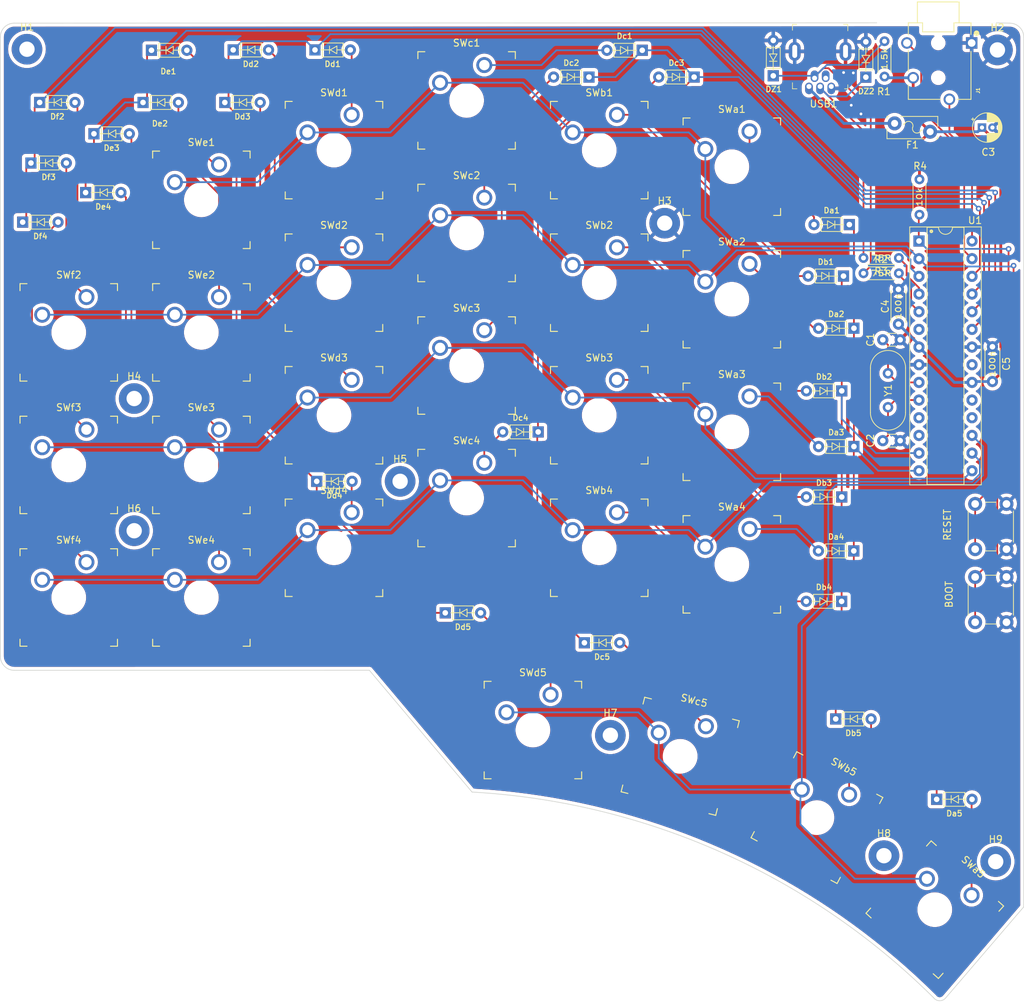
<source format=kicad_pcb>
(kicad_pcb (version 20211014) (generator pcbnew)
  (title_block (title "BlueJay Left"))
  (layers (0 "F.Cu" signal) (31 "B.Cu" signal) (36 "B.SilkS" user "B.Silkscreen") (37 "F.SilkS" user "F.Silkscreen") (38 "B.Mask" user) (39 "F.Mask" user) (44 "Edge.Cuts" user))
  (net 0 "")
  (net 1 "GND")
  (net 2 "Net-(C1-Pad1)")
  (net 3 "Net-(C2-Pad1)")
  (net 4 "VCC")
  (net 5 "/colA")
  (net 6 "Net-(Da1-Pad2)")
  (net 7 "Net-(Da2-Pad2)")
  (net 8 "Net-(Da3-Pad2)")
  (net 9 "Net-(Da4-Pad2)")
  (net 10 "Net-(Da5-Pad2)")
  (net 11 "/colB")
  (net 12 "Net-(Db1-Pad2)")
  (net 13 "Net-(Db2-Pad2)")
  (net 14 "Net-(Db3-Pad2)")
  (net 15 "Net-(Db4-Pad2)")
  (net 16 "Net-(Db5-Pad2)")
  (net 17 "/colC")
  (net 18 "Net-(Dc1-Pad2)")
  (net 19 "Net-(Dc2-Pad2)")
  (net 20 "Net-(Dc3-Pad2)")
  (net 21 "Net-(Dc4-Pad2)")
  (net 22 "Net-(Dc5-Pad2)")
  (net 23 "/colD")
  (net 24 "Net-(Dd1-Pad2)")
  (net 25 "Net-(Dd2-Pad2)")
  (net 26 "Net-(Dd3-Pad2)")
  (net 27 "Net-(Dd4-Pad2)")
  (net 28 "Net-(Dd5-Pad2)")
  (net 29 "/colE")
  (net 30 "Net-(De1-Pad2)")
  (net 31 "Net-(De2-Pad2)")
  (net 32 "Net-(De3-Pad2)")
  (net 33 "Net-(De4-Pad2)")
  (net 34 "/colF")
  (net 35 "Net-(Df2-Pad2)")
  (net 36 "Net-(Df3-Pad2)")
  (net 37 "Net-(Df4-Pad2)")
  (net 38 "/USBPRE_D-")
  (net 39 "/USBPRE_D+")
  (net 40 "Net-(F1-Pad2)")
  (net 41 "/i2c_SCL")
  (net 42 "/i2c_SDA")
  (net 43 "Net-(PB1-Pad1)")
  (net 44 "/USB_D-")
  (net 45 "/USB_D+")
  (net 46 "/row1")
  (net 47 "/row2")
  (net 48 "/row3")
  (net 49 "/row4")
  (net 50 "/row5")
  (footprint "BlueJay footprints:C_Disc_D3.0mm_W1.6mm_P2.50mm" (layer "F.Cu") (at 40.7312 3.6563)
    (fp_text reference "C2")
    (fp_text value "22p")
  )
  (footprint "BlueJay footprints:D_DO-35_SOD27_P5.08mm_Horizontal" (layer "F.Cu") (at -3.4 32.7)
    (fp_text reference "Dc5")
    (fp_text value "1N4148")
  )
  (footprint "BlueJay footprints:Crystal_HC49-4H_Vertical" (layer "F.Cu") (at 41.4812 -1.1437 90)
    (fp_text reference "Y1")
    (fp_text value "16MHz")
  )
  (footprint "BlueJay footprints:SW_MX_Plate" (layer "F.Cu") (at 19.05 2.3813)
    (fp_text reference "SWa3")
    (fp_text value "KEYSW")
  )
  (footprint "BlueJay footprints:SW_MX_Plate" (layer "F.Cu") (at 48.2012 71.0563 -42)
    (fp_text reference "SWa5")
    (fp_text value "KEYSW")
  )
  (footprint "BlueJay footprints:D_DO-35_SOD27_P5.08mm_Horizontal" (layer "F.Cu") (at 37.2 -27.4 180)
    (fp_text reference "Da1")
    (fp_text value "1N4148")
  )
  (footprint "BlueJay footprints:SW_MX_Plate" (layer "F.Cu") (at -76.2 -11.9063)
    (fp_text reference "SWf2")
    (fp_text value "KEYSW")
  )
  (footprint "BlueJay footprints:SW_MX_Plate" (layer "F.Cu") (at -19.05 -26.1938)
    (fp_text reference "SWc2")
    (fp_text value "KEYSW")
  )
  (footprint "BlueJay footprints:SW_MX_Plate" (layer "F.Cu") (at -38.1 -38.1)
    (fp_text reference "SWd1")
    (fp_text value "KEYSW")
  )
  (footprint "BlueJay footprints:SW_MX_Plate" (layer "F.Cu") (at -19.05 -7.1438)
    (fp_text reference "SWc3")
    (fp_text value "KEYSW")
  )
  (footprint "BlueJay footprints:D_DO-35_SOD27_P5.08mm_Horizontal" (layer "F.Cu") (at 38.3 -47.3125 90)
    (fp_text reference "DZ2")
    (fp_text value "3.6V")
  )
  (footprint "BlueJay footprints:D_DO-35_SOD27_P5.08mm_Horizontal" (layer "F.Cu") (at -66.8 -44.95)
    (fp_text reference "De2")
    (fp_text value "1N4148")
  )
  (footprint "BlueJay footprints:SW_MX_Plate" (layer "F.Cu") (at -57.15 7.1438)
    (fp_text reference "SWe3")
    (fp_text value "KEYSW")
  )
  (footprint "Package_DIP_AKL:DIP-28_W7.62mm_Socket" (layer "F.Cu") (at 45.9312 -25.0375)
    (fp_text reference "U1")
    (fp_text value "ATmega328P-PU")
  )
  (footprint "BlueJay footprints:D_DO-35_SOD27_P5.08mm_Horizontal" (layer "F.Cu") (at 37.8375 19.5 180)
    (fp_text reference "Da4")
    (fp_text value "1N4148")
  )
  (footprint "BlueJay footprints:D_DO-35_SOD27_P5.08mm_Horizontal" (layer "F.Cu") (at -65.5875 -52.45)
    (fp_text reference "De1")
    (fp_text value "1N4148")
  )
  (footprint "BlueJay footprints:SW_MX_Plate" (layer "F.Cu") (at -19.05 11.9063)
    (fp_text reference "SWc4")
    (fp_text value "KEYSW")
  )
  (footprint "BlueJay footprints:SW_MX_Plate" (layer "F.Cu") (at -57.15 -11.9063)
    (fp_text reference "SWe2")
    (fp_text value "KEYSW")
  )
  (footprint "BlueJay footprints:D_DO-35_SOD27_P5.08mm_Horizontal" (layer "F.Cu") (at 37.8563 4.5 180)
    (fp_text reference "Da3")
    (fp_text value "1N4148")
  )
  (footprint "BlueJay footprints:SW_MX_Plate" (layer "F.Cu") (at -9.525 45.2438)
    (fp_text reference "SWd5")
    (fp_text value "KEYSW")
  )
  (footprint "BlueJay footprints:D_DO-35_SOD27_P5.08mm_Horizontal" (layer "F.Cu") (at -73.85 -40.45)
    (fp_text reference "De3")
    (fp_text value "1N4148")
  )
  (footprint "MountingHole:MountingHole_2.2mm_M2_Pad" (layer "F.Cu") (at 56.95 64.15)
    (fp_text reference "H9")
    (fp_text value "M2")
  )
  (footprint "BlueJay footprints:SW_MX_Plate" (layer "F.Cu") (at 19.05 21.4313)
    (fp_text reference "SWa4")
    (fp_text value "KEYSW")
  )
  (footprint "BlueJay footprints:SW_MX_Plate" (layer "F.Cu") (at 0 -38.1)
    (fp_text reference "SWb1")
    (fp_text value "KEYSW")
  )
  (footprint "BlueJay footprints:SW_MX_Plate" (layer "F.Cu") (at 0 -19.05)
    (fp_text reference "SWb2")
    (fp_text value "KEYSW")
  )
  (footprint "BlueJay footprints:D_DO-35_SOD27_P5.08mm_Horizontal" (layer "F.Cu") (at -75.05 -32)
    (fp_text reference "De4")
    (fp_text value "1N4148")
  )
  (footprint "BlueJay footprints:C_Disc_D4.3mm_W1.9mm_P5.00mm" (layer "F.Cu") (at 42.9812 -13.0937 90)
    (fp_text reference "C4")
    (fp_text value "100n")
  )
  (footprint "BlueJay footprints:SW_MX_Plate" (layer "F.Cu") (at 19.05 -16.6688)
    (fp_text reference "SWa2")
    (fp_text value "KEYSW")
  )
  (footprint "BlueJay footprints:D_DO-35_SOD27_P5.08mm_Horizontal" (layer "F.Cu") (at 36.1063 -3.5 180)
    (fp_text reference "Db2")
    (fp_text value "1N4148")
  )
  (footprint "MountingHole:MountingHole_2.2mm_M2_Pad" (layer "F.Cu") (at 40.9 63.3)
    (fp_text reference "H8")
    (fp_text value "M2")
  )
  (footprint "BlueJay footprints:SW_MX_Plate" (layer "F.Cu") (at -76.2 7.1438)
    (fp_text reference "SWf3")
    (fp_text value "KEYSW")
  )
  (footprint "BlueJay footprints:SW_MX_Plate" (layer "F.Cu") (at -38.1 19.05)
    (fp_text reference "SWd4")
    (fp_text value "KEYSW")
  )
  (footprint "BlueJay footprints:D_DO-35_SOD27_P5.08mm_Horizontal" (layer "F.Cu") (at 36.0875 26.75 180)
    (fp_text reference "Db4")
    (fp_text value "1N4148")
  )
  (footprint "BlueJay footprints:R_Axial_DIN0204_L3.6mm_D1.6mm_P5.08mm_Horizontal" (layer "F.Cu") (at 40.9812 -53.75 -90)
    (fp_text reference "R1")
    (fp_text value "1.5k")
  )
  (footprint "MountingHole:MountingHole_2.2mm_M2_Pad" (layer "F.Cu") (at -28.6 9.5)
    (fp_text reference "H5")
    (fp_text value "M2")
  )
  (footprint "BlueJay footprints:D_DO-35_SOD27_P5.08mm_Horizontal" (layer "F.Cu") (at 25 -47.5125 90)
    (fp_text reference "DZ1")
    (fp_text value "3.6V")
  )
  (footprint "BlueJay footprints:SW_MX_Plate" (layer "F.Cu") (at 0 19.05)
    (fp_text reference "SWb4")
    (fp_text value "KEYSW")
  )
  (footprint "BlueJay footprints:SW_MX_Plate" (layer "F.Cu") (at -57.15 26.1938)
    (fp_text reference "SWe4")
    (fp_text value "KEYSW")
  )
  (footprint "MountingHole:MountingHole_2.2mm_M2_Pad" (layer "F.Cu") (at -82.2 -52.6)
    (fp_text reference "H1")
    (fp_text value "M2")
  )
  (footprint "BlueJay footprints:D_DO-35_SOD27_P5.08mm_Horizontal" (layer "F.Cu") (at -53.85 -52.5)
    (fp_text reference "Dd2")
    (fp_text value "1N4148")
  )
  (footprint "BlueJay footprints:SW_MX_Plate" (layer "F.Cu") (at 19.05 -35.7188)
    (fp_text reference "SWa1")
    (fp_text value "KEYSW")
  )
  (footprint "BlueJay footprints:D_DO-35_SOD27_P5.08mm_Horizontal" (layer "F.Cu") (at -42.1 -52.5)
    (fp_text reference "Dd1")
    (fp_text value "1N4148")
  )
  (footprint "BlueJay footprints:D_DO-35_SOD27_P5.08mm_Horizontal" (layer "F.Cu") (at -81.65 -44.95)
    (fp_text reference "Df2")
    (fp_text value "1N4148")
  )
  (footprint "MountingHole:MountingHole_2.2mm_M2_Pad" (layer "F.Cu") (at 1.6 46)
    (fp_text reference "H7")
    (fp_text value "M2")
  )
  (footprint "BlueJay footprints:D_DO-35_SOD27_P5.08mm_Horizontal" (layer "F.Cu") (at -41.85 9.5)
    (fp_text reference "Dd4")
    (fp_text value "1N4148")
  )
  (footprint "BlueJay footprints:D_DO-35_SOD27_P5.08mm_Horizontal" (layer "F.Cu") (at 36.3563 -20 180)
    (fp_text reference "Db1")
    (fp_text value "1N4148")
  )
  (footprint "MountingHole:MountingHole_2.2mm_M2_Pad" (layer "F.Cu") (at 57.2 -52.5)
    (fp_text reference "H2")
    (fp_text value "M2")
  )
  (footprint "BlueJay footprints:D_DO-35_SOD27_P5.08mm_Horizontal" (layer "F.Cu") (at 37.8563 -12.5 180)
    (fp_text reference "Da2")
    (fp_text value "1N4148")
  )
  (footprint "MountingHole:MountingHole_2.2mm_M2_Pad" (layer "F.Cu") (at 9.4 -27.6)
    (fp_text reference "H3")
    (fp_text value "M2")
  )
  (footprint "BlueJay footprints:D_DO-35_SOD27_P5.08mm_Horizontal" (layer "F.Cu") (at -7.5 2.4 180)
    (fp_text reference "Dc4")
    (fp_text value "1N4148")
  )
  (footprint "BlueJay footprints:D_DO-35_SOD27_P5.08mm_Horizontal" (layer "F.Cu") (at -0.2 -48.6 180)
    (fp_text reference "Dc2")
    (fp_text value "1N4148")
  )
  (footprint "BlueJay footprints:D_DO-35_SOD27_P5.08mm_Horizontal" (layer "F.Cu") (at -82.9 -36.25)
    (fp_text reference "Df3")
    (fp_text value "1N4148")
  )
  (footprint "BlueJay footprints:R_Axial_DIN0204_L3.6mm_D1.6mm_P5.08mm_Horizontal" (layer "F.Cu") (at 43.04 -22.6 180)
    (fp_text reference "R3")
    (fp_text value "75R")
  )
  (footprint "BlueJay footprints:D_DO-35_SOD27_P5.08mm_Horizontal" (layer "F.Cu") (at 47.2 55.2)
    (fp_text reference "Da5")
    (fp_text value "1N4148")
  )
  (footprint "BlueJay footprints:SW_MX_Plate" (layer "F.Cu") (at 0 0)
    (fp_text reference "SWb3")
    (fp_text value "KEYSW")
  )
  (footprint "BlueJay footprints:D_DO-35_SOD27_P5.08mm_Horizontal" (layer "F.Cu") (at 36.1063 11.75 180)
    (fp_text reference "Db3")
    (fp_text value "1N4148")
  )
  (footprint "BlueJay footprints:C_Disc_D4.3mm_W1.9mm_P5.00mm" (layer "F.Cu") (at 56.4812 -4.8437 90)
    (fp_text reference "C5")
    (fp_text value "100n")
  )
  (footprint "BlueJay footprints:USB_Mini_B_Female_548190519" (layer "F.Cu") (at 31.7312 -47.2437 -90)
    (fp_text reference "USB1")
    (fp_text value "USB_B_Mini")
  )
  (footprint "BlueJay footprints:SW_MX_Plate" (layer "F.Cu") (at 31.2712 57.8263 -28)
    (fp_text reference "SWb5")
    (fp_text value "KEYSW")
  )
  (footprint "MountingHole:MountingHole_2.2mm_M2_Pad" (layer "F.Cu") (at -66.8 16.6)
    (fp_text reference "H6")
    (fp_text value "M2")
  )
  (footprint "BlueJay footprints:D_DO-35_SOD27_P5.08mm_Horizontal" (layer "F.Cu") (at -23.3875 28.4)
    (fp_text reference "Dd5")
    (fp_text value "1N4148")
  )
  (footprint "MountingHole:MountingHole_2.2mm_M2_Pad" (layer "F.Cu") (at -66.8 -2.4)
    (fp_text reference "H4")
    (fp_text value "M2")
  )
  (footprint "BlueJay footprints:C_Disc_D3.0mm_W1.6mm_P2.50mm" (layer "F.Cu") (at 40.7312 -10.8437)
    (fp_text reference "C1")
    (fp_text value "22p")
  )
  (footprint "BlueJay footprints:SW_PUSH_6mm" (layer "F.Cu") (at 54 29.75 90)
    (fp_text reference "PB2")
    (fp_text value "BOOT")
  )
  (footprint "BlueJay footprints:SW_MX_Plate" (layer "F.Cu") (at -19.05 -45.2438)
    (fp_text reference "SWc1")
    (fp_text value "KEYSW")
  )
  (footprint "BlueJay footprints:D_DO-35_SOD27_P5.08mm_Horizontal" (layer "F.Cu") (at -55.05 -44.95)
    (fp_text reference "Dd3")
    (fp_text value "1N4148")
  )
  (footprint "BlueJay footprints:SW_PUSH_6mm" (layer "F.Cu") (at 54 19.25 90)
    (fp_text reference "PB1")
    (fp_text value "RESET")
  )
  (footprint "BlueJay footprints:SW_MX_Plate" (layer "F.Cu") (at -57.15 -30.9563)
    (fp_text reference "SWe1")
    (fp_text value "KEYSW")
  )
  (footprint "BlueJay footprints:D_DO-35_SOD27_P5.08mm_Horizontal" (layer "F.Cu") (at 32.7 43.65)
    (fp_text reference "Db5")
    (fp_text value "1N4148")
  )
  (footprint "BlueJay footprints:D_DO-35_SOD27_P5.08mm_Horizontal" (layer "F.Cu") (at -84.0875 -27.75)
    (fp_text reference "Df4")
    (fp_text value "1N4148")
  )
  (footprint "BlueJay footprints:D_DO-35_SOD27_P5.08mm_Horizontal" (layer "F.Cu") (at 7.45 -52.45 180)
    (fp_text reference "Dc1")
    (fp_text value "1N4148")
  )
  (footprint "BlueJay footprints:SW_MX_Plate" (layer "F.Cu") (at -76.2 26.1938)
    (fp_text reference "SWf4")
    (fp_text value "KEYSW")
  )
  (footprint "BlueJay footprints:SW_MX_Plate" (layer "F.Cu") (at -38.1 0)
    (fp_text reference "SWd3")
    (fp_text value "KEYSW")
  )
  (footprint "BlueJay footprints:CUI_SJ-43514" (layer "F.Cu") (at 48.7 -50.9 -90)
    (fp_text reference "J1")
    (fp_text value "SJ-43514")
    (fp_line (start -5.5 2.25) (end -5.5 8.85) (layer "Edge.Cuts") (width 0.01))
    (fp_line (start -5.5 -2.25) (end -4.2 -2.25) (layer "Edge.Cuts") (width 0.01))
    (fp_line (start -5.5 -8.35) (end -5.5 -2.25) (layer "Edge.Cuts") (width 0.01))
    (fp_line (start -4.2 2.25) (end -5.5 2.25) (layer "Edge.Cuts") (width 0.01))
    (fp_line (start -4.2 -2.25) (end -4.2 2.25) (layer "Edge.Cuts") (width 0.01))
  )
  (footprint "BlueJay footprints:CP_Radial_D4.0mm_P1.50mm" (layer "F.Cu") (at 54.9812 -41.3437)
    (fp_text reference "C3")
    (fp_text value "4.7u")
  )
  (footprint "Fuse_AKL:Fuse_Bourns_MF-RG300" (layer "F.Cu") (at 47.5312 -40.7437 180)
    (fp_text reference "F1")
    (fp_text value "100mA")
  )
  (footprint "BlueJay footprints:SW_MX_Plate" (layer "F.Cu") (at 11.6312 49.0163 -14)
    (fp_text reference "SWc5")
    (fp_text value "KEYSW")
  )
  (footprint "BlueJay footprints:SW_MX_Plate" (layer "F.Cu") (at -38.1 -19.05)
    (fp_text reference "SWd2")
    (fp_text value "KEYSW")
  )
  (footprint "BlueJay footprints:R_Axial_DIN0204_L3.6mm_D1.6mm_P5.08mm_Horizontal" (layer "F.Cu") (at 43.04 -20.4 180)
    (fp_text reference "R2")
    (fp_text value "75R")
  )
  (footprint "BlueJay footprints:R_Axial_DIN0204_L3.6mm_D1.6mm_P5.08mm_Horizontal" (layer "F.Cu") (at 46 -33.9 -90)
    (fp_text reference "R4")
    (fp_text value "10k")
  )
  (footprint "BlueJay footprints:D_DO-35_SOD27_P5.08mm_Horizontal" (layer "F.Cu") (at 14.9 -48.6 180)
    (fp_text reference "Dc3")
    (fp_text value "1N4148")
  )
  (gr_line (start 60.9812 70.6563) (end 49.7812 83.7263) (layer "Edge.Cuts") (width 0.1))
  (gr_arc (start -18.2688 54.1563) (mid 17.583107 62.841492) (end 48.0112 83.6963) (layer "Edge.Cuts") (width 0.1))
  (gr_arc (start 58.9812 -56.3437) (mid 60.393459 -55.755959) (end 60.981199 -54.3437) (layer "Edge.Cuts") (width 0.1))
  (gr_line (start 60.9812 70.6563) (end 60.981199 -54.3437) (layer "Edge.Cuts") (width 0.1))
  (gr_arc (start -86.024489 -54.35145) (mid -85.442713 -55.767431) (end -84.024489 -56.3437) (layer "Edge.Cuts") (width 0.1))
  (gr_arc (start -84.02552 36.663017) (mid -85.443204 36.061839) (end -86.025519 34.6363) (layer "Edge.Cuts") (width 0.1))
  (gr_line (start -86.024489 -54.35145) (end -86.025519 34.6363) (layer "Edge.Cuts") (width 0.1))
  (gr_line (start -84.02552 36.663017) (end -33.0188 36.6563) (layer "Edge.Cuts") (width 0.1))
  (gr_line (start -33.0188 36.6563) (end -18.2688 54.1563) (layer "Edge.Cuts") (width 0.1))
  (gr_line (start 58.9812 -56.3437) (end 57.05 -56.4) (layer "Edge.Cuts") (width 0.1))
  (gr_line (start 39.85 -56.4) (end -84.024489 -56.3437) (layer "Edge.Cuts") (width 0.1))
  (gr_arc (start 49.7812 83.7263) (mid 48.888799 84.147698) (end 48.0112 83.6963) (layer "Edge.Cuts") (width 0.1))
  (via (at 36.5 -49.2) (size 0.8) (drill 0.4) (layers "F.Cu" "B.Cu") (net 1))
  (via (at 37.6 -43.3) (size 0.8) (drill 0.4) (layers "F.Cu" "B.Cu") (net 1))
  (via (at 35.1 -49.25) (size 0.8) (drill 0.4) (layers "F.Cu" "B.Cu") (net 1))
  (via (at 36.2 -44.55) (size 0.8) (drill 0.4) (layers "F.Cu" "B.Cu") (net 1))
  (segment (start 42.7874 -4.7175) (end 45.9312 -4.7175) (width 0.25) (layer "F.Cu") (net 2))
  (segment (start 41.4812 -10.0937) (end 40.7312 -10.8437) (width 0.25) (layer "F.Cu") (net 2))
  (segment (start 41.4812 -6.0237) (end 41.4812 -10.0937) (width 0.25) (layer "F.Cu") (net 2))
  (segment (start 41.4812 -6.0237) (end 42.7874 -4.7175) (width 0.25) (layer "F.Cu") (net 2))
  (segment (start 41.4812 -1.1437) (end 42.515 -2.1775) (width 0.25) (layer "F.Cu") (net 3))
  (segment (start 41.4812 2.9063) (end 40.7312 3.6563) (width 0.25) (layer "F.Cu") (net 3))
  (segment (start 41.4812 -1.1437) (end 41.4812 2.9063) (width 0.25) (layer "F.Cu") (net 3))
  (segment (start 42.515 -2.1775) (end 45.9312 -2.1775) (width 0.25) (layer "F.Cu") (net 3))
  (segment (start 45.1 -43.1749) (end 45.1 -48.5) (width 0.4) (layer "F.Cu") (net 4))
  (segment (start 57.680711 -38.644189) (end 57.680711 -6.043211) (width 0.4) (layer "F.Cu") (net 4))
  (segment (start 54.9812 -41.3437) (end 57.680711 -38.644189) (width 0.4) (layer "F.Cu") (net 4))
  (segment (start 57.680711 -6.043211) (end 56.4812 -4.8437) (width 0.4) (layer "F.Cu") (net 4))
  (segment (start 46 -39.2125) (end 46 -33.9) (width 0.4) (layer "F.Cu") (net 4))
  (segment (start 47.5312 -40.7437) (end 46 -39.2125) (width 0.4) (layer "F.Cu") (net 4))
  (segment (start 47.5312 -40.7437) (end 45.1 -43.1749) (width 0.4) (layer "F.Cu") (net 4))
  (segment (start 56.4812 -4.8437) (end 53.6774 -4.8437) (width 0.4) (layer "B.Cu") (net 4))
  (segment (start 54.3812 -40.7437) (end 54.9812 -41.3437) (width 0.4) (layer "B.Cu") (net 4))
  (segment (start 53.6774 -4.8437) (end 53.5512 -4.7175) (width 0.4) (layer "B.Cu") (net 4))
  (segment (start 47.5312 -40.7437) (end 54.3812 -40.7437) (width 0.4) (layer "B.Cu") (net 4))
  (segment (start 41.1512 -48.5) (end 40.9812 -48.67) (width 0.4) (layer "B.Cu") (net 4))
  (segment (start 51.0112 -4.7175) (end 45.9312 -9.7975) (width 0.4) (layer "B.Cu") (net 4))
  (segment (start 45.9312 -10.1437) (end 42.9812 -13.0937) (width 0.4) (layer "B.Cu") (net 4))
  (segment (start 45.1 -48.5) (end 41.1512 -48.5) (width 0.4) (layer "B.Cu") (net 4))
  (segment (start 45.9312 -9.7975) (end 45.9312 -10.1437) (width 0.4) (layer "B.Cu") (net 4))
  (segment (start 53.5512 -4.7175) (end 51.0112 -4.7175) (width 0.4) (layer "B.Cu") (net 4))
  (segment (start 36.5863 -26.7437) (end 35.93 -27.4) (width 0.25) (layer "F.Cu") (net 5))
  (segment (start 48.47 49.37) (end 36.5675 37.4675) (width 0.25) (layer "F.Cu") (net 5))
  (segment (start 36.5863 4.5) (end 36.5863 -12.5) (width 0.25) (layer "F.Cu") (net 5))
  (segment (start 36.5675 19.5) (end 36.5675 4.5188) (width 0.25) (layer "F.Cu") (net 5))
  (segment (start 36.5863 -12.5) (end 36.5863 -26.7437) (width 0.25) (layer "F.Cu") (net 5))
  (segment (start 48.47 55.2) (end 48.47 49.37) (width 0.25) (layer "F.Cu") (net 5))
  (segment (start 36.5675 37.4675) (end 36.5675 19.5) (width 0.25) (layer "F.Cu") (net 5))
  (segment (start 36.5675 4.5188) (end 36.5863 4.5) (width 0.25) (layer "F.Cu") (net 5))
  (segment (start 40.0688 7.9825) (end 45.9312 7.9825) (width 0.25) (layer "B.Cu") (net 5))
  (segment (start 36.5863 4.5) (end 40.0688 7.9825) (width 0.25) (layer "B.Cu") (net 5))
  (segment (start 21.59 -37.76) (end 30.85 -28.5) (width 0.25) (layer "F.Cu") (net 6))
  (segment (start 30.85 -28.5) (end 30.85 -27.4) (width 0.25) (layer "F.Cu") (net 6))
  (segment (start 21.59 -40.7988) (end 21.59 -37.76) (width 0.25) (layer "F.Cu") (net 6))
  (segment (start 21.59 -21.7488) (end 30.8388 -12.5) (width 0.25) (layer "F.Cu") (net 7))
  (segment (start 30.8388 -12.5) (end 31.5063 -12.5) (width 0.25) (layer "F.Cu") (net 7))
  (segment (start 24.3076 -2.6987) (end 31.5063 4.5) (width 0.25) (layer "B.Cu") (net 8))
  (segment (start 21.59 -2.6987) (end 24.3076 -2.6987) (width 0.25) (layer "B.Cu") (net 8))
  (segment (start 21.59 16.3513) (end 28.3388 16.3513) (width 0.25) (layer "B.Cu") (net 9))
  (segment (start 28.3388 16.3513) (end 31.4875 19.5) (width 0.25) (layer "B.Cu") (net 9))
  (segment (start 53.487971 68.980716) (end 53.487971 55.262029) (width 0.25) (layer "F.Cu") (net 10))
  (segment (start 53.487971 55.262029) (end 53.55 55.2) (width 0.25) (layer "F.Cu") (net 10))
  (segment (start 34.8363 -3.5) (end 34.8363 -19.75) (width 0.25) (layer "F.Cu") (net 11))
  (segment (start 34.8175 11.7688) (end 34.8363 11.75) (width 0.25) (layer "F.Cu") (net 11))
  (segment (start 34.8363 11.75) (end 34.8363 -3.5) (width 0.25) (layer "F.Cu") (net 11))
  (segment (start 34.8175 26.75) (end 34.8175 11.7688) (width 0.25) (layer "F.Cu") (net 11))
  (segment (start 33.97 43.65) (end 33.97 39.03) (width 0.25) (layer "F.Cu") (net 11))
  (segment (start 33.97 39.03) (end 34.8175 38.1825) (width 0.25) (layer "F.Cu") (net 11))
  (segment (start 34.8363 -19.75) (end 35.0863 -20) (width 0.25) (layer "F.Cu") (net 11))
  (segment (start 34.8175 38.1825) (end 34.8175 26.75) (width 0.25) (layer "F.Cu") (net 11))
  (segment (start 39.7425 5.4425) (end 45.9312 5.4425) (width 0.25) (layer "B.Cu") (net 11))
  (segment (start 34.8363 0.5363) (end 39.7425 5.4425) (width 0.25) (layer "B.Cu") (net 11))
  (segment (start 34.8363 -3.5) (end 34.8363 0.5363) (width 0.25) (layer "B.Cu") (net 11))
  (segment (start 2.54 -43.18) (end 5.12 -43.18) (width 0.25) (layer "F.Cu") (net 12))
  (segment (start 28.3 -20) (end 30.0063 -20) (width 0.25) (layer "F.Cu") (net 12))
  (segment (start 5.12 -43.18) (end 28.3 -20) (width 0.25) (layer "F.Cu") (net 12))
  (segment (start 5.97 -24.13) (end 26.6 -3.5) (width 0.25) (layer "F.Cu") (net 13))
  (segment (start 26.6 -3.5) (end 29.7563 -3.5) (width 0.25) (layer "F.Cu") (net 13))
  (segment (start 2.54 -24.13) (end 5.97 -24.13) (width 0.25) (layer "F.Cu") (net 13))
  (segment (start 2.54 -5.08) (end 6.42 -5.08) (width 0.25) (layer "F.Cu") (net 14))
  (segment (start 23.25 11.75) (end 29.7563 11.75) (width 0.25) (layer "F.Cu") (net 14))
  (segment (start 6.42 -5.08) (end 23.25 11.75) (width 0.25) (layer "F.Cu") (net 14))
  (segment (start 18.95 26.75) (end 29.7375 26.75) (width 0.25) (layer "F.Cu") (net 15))
  (segment (start 6.17 13.97) (end 18.95 26.75) (width 0.25) (layer "F.Cu") (net 15))
  (segment (start 2.54 13.97) (end 6.17 13.97) (width 0.25) (layer "F.Cu") (net 15))
  (segment (start 35.898802 54.533384) (end 35.898802 49.651198) (width 0.25) (layer "F.Cu") (net 16))
  (segment (start 35.898802 49.651198) (end 39.05 46.5) (width 0.25) (layer "F.Cu") (net 16))
  (segment (start 39.05 46.5) (end 39.05 43.65) (width 0.25) (layer "F.Cu") (net 16))
  (segment (start -8.9 25.93) (end -8.9 2.53) (width 0.25) (layer "F.Cu") (net 17))
  (segment (start 54.5 -29.7) (end 54.675711 -29.524289) (width 0.25) (layer "F.Cu") (net 17))
  (segment (start 54.675711 -29.524289) (end 54.675711 -21.082011) (width 0.25) (layer "F.Cu") (net 17))
  (segment (start -8.77 2.4) (end -8.8 2.37) (width 0.25) (layer "F.Cu") (net 17))
  (segment (start 54.675711 -21.082011) (end 53.5512 -19.9575) (width 0.25) (layer "F.Cu") (net 17))
  (segment (start -8.8 2.37) (end -8.8 -37.725375) (width 0.25) (layer "F.Cu") (net 17))
  (segment (start 0.224625 -46.75) (end 11.8 -46.75) (width 0.25) (layer "F.Cu") (net 17))
  (segment (start -8.9 2.53) (end -8.77 2.4) (width 0.25) (layer "F.Cu") (net 17))
  (segment (start -2.13 32.7) (end -8.9 25.93) (width 0.25) (layer "F.Cu") (net 17))
  (segment (start 11.8 -46.75) (end 13.63 -48.58) (width 0.25) (layer "F.Cu") (net 17))
  (segment (start -8.8 -37.725375) (end 0.224625 -46.75) (width 0.25) (layer "F.Cu") (net 17))
  (segment (start 13.63 -48.58) (end 13.63 -48.6) (width 0.25) (layer "F.Cu") (net 17))
  (via (at 54.5 -29.7) (size 0.8) (drill 0.4) (layers "F.Cu" "B.Cu") (net 17))
  (segment (start 54.5 -29.7) (end 53.831789 -30.368211) (width 0.25) (layer "B.Cu") (net 17))
  (segment (start 2.33 -48.6) (end 6.18 -52.45) (width 0.25) (layer "B.Cu") (net 17))
  (segment (start 53.831789 -30.368211) (end 38.296071 -30.368211) (width 0.25) (layer "B.Cu") (net 17))
  (segment (start 20.064282 -48.6) (end 13.63 -48.6) (width 0.25) (layer "B.Cu") (net 17))
  (segment (start 38.296071 -30.368211) (end 20.064282 -48.6) (width 0.25) (layer "B.Cu") (net 17))
  (segment (start -1.47 -48.6) (end 2.33 -48.6) (width 0.25) (layer "B.Cu") (net 17))
  (segment (start 6.18 -52.45) (end 9.78 -52.45) (width 0.25) (layer "B.Cu") (net 17))
  (segment (start 9.78 -52.45) (end 13.63 -48.6) (width 0.25) (layer "B.Cu") (net 17))
  (segment (start -6.15 -52.45) (end 1.1 -52.45) (width 0.25) (layer "B.Cu") (net 18))
  (segment (start -8.2762 -50.3238) (end -6.15 -52.45) (width 0.25) (layer "B.Cu") (net 18))
  (segment (start -16.51 -50.3238) (end -8.2762 -50.3238) (width 0.25) (layer "B.Cu") (net 18))
  (segment (start -16.51 -38.69) (end -6.6 -48.6) (width 0.25) (layer "F.Cu") (net 19))
  (segment (start -6.6 -48.6) (end -6.55 -48.6) (width 0.25) (layer "F.Cu") (net 19))
  (segment (start -16.51 -31.2738) (end -16.51 -38.69) (width 0.25) (layer "F.Cu") (net 19))
  (segment (start -14 -33.3) (end 0.05 -47.35) (width 0.25) (layer "F.Cu") (net 20))
  (segment (start 0.05 -47.35) (end 7.3 -47.35) (width 0.25) (layer "F.Cu") (net 20))
  (segment (start -14 -14.7338) (end -14 -33.3) (width 0.25) (layer "F.Cu") (net 20))
  (segment (start 7.3 -47.35) (end 8.55 -48.6) (width 0.25) (layer "F.Cu") (net 20))
  (segment (start -16.51 -12.2238) (end -14 -14.7338) (width 0.25) (layer "F.Cu") (net 20))
  (segment (start -16.51 5.06) (end -13.85 2.4) (width 0.25) (layer "F.Cu") (net 21))
  (segment (start -16.51 6.8263) (end -16.51 5.06) (width 0.25) (layer "F.Cu") (net 21))
  (segment (start 15.324714 44.701679) (end 3.323035 32.7) (width 0.25) (layer "F.Cu") (net 22))
  (segment (start 3.323035 32.7) (end 2.95 32.7) (width 0.25) (layer "F.Cu") (net 22))
  (segment (start 55.2755 -30.550989) (end 55.2755 -19.1418) (width 0.25) (layer "F.Cu") (net 23))
  (segment (start -40.58 12.02) (end -40.58 9.5) (width 0.25) (layer "F.Cu") (net 23))
  (segment (start -22.1175 28.4) (end -24.2 28.4) (width 0.25) (layer "F.Cu") (net 23))
  (segment (start -52.1 -43.27) (end -53.78 -44.95) (width 0.25) (layer "F.Cu") (net 23))
  (segment (start -24.2 28.4) (end -40.58 12.02) (width 0.25) (layer "F.Cu") (net 23))
  (segment (start -40.58 9.5) (end -52.1 -2.02) (width 0.25) (layer "F.Cu") (net 23))
  (segment (start -52.1 -2.02) (end -52.1 -43.27) (width 0.25) (layer "F.Cu") (net 23))
  (segment (start -53.25 -45.48) (end -53.25 -51.83) (width 0.25) (layer "F.Cu") (net 23))
  (segment (start -53.78 -44.95) (end -53.25 -45.48) (width 0.25) (layer "F.Cu") (net 23))
  (segment (start 55.2755 -19.1418) (end 53.5512 -17.4175) (width 0.25) (layer "F.Cu") (net 23))
  (segment (start -53.25 -51.83) (end -52.58 -52.5) (width 0.25) (layer "F.Cu") (net 23))
  (via (at 55.2755 -30.550989) (size 0.8) (drill 0.4) (layers "F.Cu" "B.Cu") (net 23))
  (segment (start -51.33 -53.75) (end -42.08 -53.75) (width 0.25) (layer "B.Cu") (net 23))
  (segment (start 54.726489 -31.1) (end 55.2755 -30.550989) (width 0.25) (layer "B.Cu") (net 23))
  (segment (start -42.08 -53.75) (end -40.83 -52.5) (width 0.25) (layer "B.Cu") (net 23))
  (segment (start 38.2 -31.1) (end 54.726489 -31.1) (width 0.25) (layer "B.Cu") (net 23))
  (segment (start -38.635718 -54.764282) (end 14.535718 -54.764282) (width 0.25) (layer "B.Cu") (net 23))
  (segment (start -52.58 -52.5) (end -51.33 -53.75) (width 0.25) (layer "B.Cu") (net 23))
  (segment (start -40.83 -52.57) (end -38.635718 -54.764282) (width 0.25) (layer "B.Cu") (net 23))
  (segment (start 14.535718 -54.764282) (end 38.2 -31.1) (width 0.25) (layer "B.Cu") (net 23))
  (segment (start -40.83 -52.5) (end -40.83 -52.57) (width 0.25) (layer "B.Cu") (net 23))
  (segment (start -35.56 -52.31) (end -35.75 -52.5) (width 0.25) (layer "F.Cu") (net 24))
  (segment (start -35.56 -43.18) (end -35.56 -52.31) (width 0.25) (layer "F.Cu") (net 24))
  (segment (start -35.56 -24.13) (end -44.13 -24.13) (width 0.25) (layer "F.Cu") (net 25))
  (segment (start -46.612989 -51.612989) (end -47.5 -52.5) (width 0.25) (layer "F.Cu") (net 25))
  (segment (start -46.612989 -26.612989) (end -46.612989 -51.612989) (width 0.25) (layer "F.Cu") (net 25))
  (segment (start -44.13 -24.13) (end -46.612989 -26.612989) (width 0.25) (layer "F.Cu") (net 25))
  (segment (start -48.7 -18.22) (end -48.7 -44.95) (width 0.25) (layer "F.Cu") (net 26))
  (segment (start -35.56 -5.08) (end -48.7 -18.22) (width 0.25) (layer "F.Cu") (net 26))
  (segment (start -35.56 13.97) (end -35.56 9.56) (width 0.25) (layer "F.Cu") (net 27))
  (segment (start -35.56 9.56) (end -35.5 9.5) (width 0.25) (layer "F.Cu") (net 27))
  (segment (start -6.985 40.1638) (end -6.985 38.4525) (width 0.25) (layer "F.Cu") (net 28))
  (segment (start -6.985 38.4525) (end -17.0375 28.4) (width 0.25) (layer "F.Cu") (net 28))
  (segment (start -64.95 -45.53) (end -64.95 -51.8175) (width 0.25) (layer "F.Cu") (net 29))
  (segment (start 56 -31.243596) (end 56 -17.3263) (width 0.25) (layer "F.Cu") (net 29))
  (segment (start 56 -17.3263) (end 53.5512 -14.8775) (width 0.25) (layer "F.Cu") (net 29))
  (segment (start -64.95 -51.8175) (end -64.3175 -52.45) (width 0.25) (layer "F.Cu") (net 29))
  (segment (start -65.53 -44.95) (end -64.95 -45.53) (width 0.25) (layer "F.Cu") (net 29))
  (segment (start -73.78 -32) (end -73.78 -35.62) (width 0.25) (layer "F.Cu") (net 29))
  (segment (start 56.031904 -31.2755) (end 56 -31.243596) (width 0.25) (layer "F.Cu") (net 29))
  (segment (start -72.58 -36.82) (end -72.58 -40.45) (width 0.25) (layer "F.Cu") (net 29))
  (segment (start -73.78 -35.62) (end -72.58 -36.82) (width 0.25) (layer "F.Cu") (net 29))
  (via (at 56.031904 -31.2755) (size 0.8) (drill 0.4) (layers "F.Cu" "B.Cu") (net 29))
  (segment (start -68.1175 -44.95) (end -65.53 -44.95) (width 0.25) (layer "B.Cu") (net 29))
  (segment (start -72.58 -40.45) (end -72.58 -40.4875) (width 0.25) (layer "B.Cu") (net 29))
  (segment (start -62.1175 -52.45) (end -59.31702 -55.25048) (width 0.25) (layer "B.Cu") (net 29))
  (segment (start 14.713802 -55.25048) (end 38.164282 -31.8) (width 0.25) (layer "B.Cu") (net 29))
  (segment (start 55.507404 -31.8) (end 56.031904 -31.2755) (width 0.25) (layer "B.Cu") (net 29))
  (segment (start -72.58 -40.4875) (end -68.1175 -44.95) (width 0.25) (layer "B.Cu") (net 29))
  (segment (start -59.31702 -55.25048) (end 14.713802 -55.25048) (width 0.25) (layer "B.Cu") (net 29))
  (segment (start -64.3175 -52.45) (end -62.1175 -52.45) (width 0.25) (layer "B.Cu") (net 29))
  (segment (start 38.164282 -31.8) (end 55.507404 -31.8) (width 0.25) (layer "B.Cu") (net 29))
  (segment (start -54.61 -36.0363) (end -55.2363 -36.0363) (width 0.25) (layer "F.Cu") (net 30))
  (segment (start -58.112989 -38.912989) (end -58.112989 -51.325489) (width 0.25) (layer "F.Cu") (net 30))
  (segment (start -55.2363 -36.0363) (end -58.112989 -38.912989) (width 0.25) (layer "F.Cu") (net 30))
  (segment (start -58.112989 -51.325489) (end -59.2375 -52.45) (width 0.25) (layer "F.Cu") (net 30))
  (segment (start -54.61 -31.765754) (end -60.45 -37.605754) (width 0.25) (layer "F.Cu") (net 31))
  (segment (start -54.61 -16.9863) (end -54.61 -31.765754) (width 0.25) (layer "F.Cu") (net 31))
  (segment (start -60.45 -37.605754) (end -60.45 -44.95) (width 0.25) (layer "F.Cu") (net 31))
  (segment (start -67.2 -10.5262) (end -67.2 -40.15) (width 0.25) (layer "F.Cu") (net 32))
  (segment (start -67.2 -40.15) (end -67.5 -40.45) (width 0.25) (layer "F.Cu") (net 32))
  (segment (start -54.61 2.0638) (end -67.2 -10.5262) (width 0.25) (layer "F.Cu") (net 32))
  (segment (start -67.9875 -9.1875) (end -67.9875 -31.2875) (width 0.25) (layer "F.Cu") (net 33))
  (segment (start -54.61 4.19) (end -67.9875 -9.1875) (width 0.25) (layer "F.Cu") (net 33))
  (segment (start -54.61 21.1138) (end -54.61 4.19) (width 0.25) (layer "F.Cu") (net 33))
  (segment (start -67.9875 -31.2875) (end -68.7 -32) (width 0.25) (layer "F.Cu") (net 33))
  (segment (start -82.3 -35.58) (end -81.63 -36.25) (width 0.25) (layer "F.Cu") (net 34))
  (segment (start 56.881211 -15.667511) (end 53.5512 -12.3375) (width 0.25) (layer "F.Cu") (net 34))
  (segment (start 56.881211 -32) (end 56.881211 -15.667511) (width 0.25) (layer "F.Cu") (net 34))
  (segment (start -81.1 -36.78) (end -81.1 -44.23) (width 0.25) (layer "F.Cu") (net 34))
  (segment (start -81.63 -36.25) (end -81.1 -36.78) (width 0.25) (layer "F.Cu") (net 34))
  (segment (start -81.1 -44.23) (end -80.38 -44.95) (width 0.25) (layer "F.Cu") (net 34))
  (segment (start -82.8175 -27.75) (end -82.3 -28.2675) (width 0.25) (layer "F.Cu") (net 34))
  (segment (start -82.3 -28.2675) (end -82.3 -35.58) (width 0.25) (layer "F.Cu") (net 34))
  (via (at 56.881211 -32) (size 0.8) (drill 0.4) (layers "F.Cu" "B.Cu") (net 34))
  (segment (start -80.3 -44.95) (end -80.38 -44.95) (width 0.25) (layer "B.Cu") (net 34))
  (segment (start 56.581211 -32.3) (end 38.3 -32.3) (width 0.25) (layer "B.Cu") (net 34))
  (segment (start -69.55 -55.7) (end -80.3 -44.95) (width 0.25) (layer "B.Cu") (net 34))
  (segment (start 56.881211 -32) (end 56.581211 -32.3) (width 0.25) (layer "B.Cu") (net 34))
  (segment (start 14.9 -55.7) (end -69.55 -55.7) (width 0.25) (layer "B.Cu") (net 34))
  (segment (start 38.3 -32.3) (end 14.9 -55.7) (width 0.25) (layer "B.Cu") (net 34))
  (segment (start -74.95 -18.2763) (end -74.95 -44.6) (width 0.25) (layer "F.Cu") (net 35))
  (segment (start -74.95 -44.6) (end -75.3 -44.95) (width 0.25) (layer "F.Cu") (net 35))
  (segment (start -73.66 -16.9863) (end -74.95 -18.2763) (width 0.25) (layer "F.Cu") (net 35))
  (segment (start -81.477511 -5.753711) (end -81.477511 -21.972489) (width 0.25) (layer "F.Cu") (net 36))
  (segment (start -81.477511 -21.972489) (end -76.55 -26.9) (width 0.25) (layer "F.Cu") (net 36))
  (segment (start -73.66 2.0638) (end -81.477511 -5.753711) (width 0.25) (layer "F.Cu") (net 36))
  (segment (start -76.55 -26.9) (end -76.55 -36.25) (width 0.25) (layer "F.Cu") (net 36))
  (segment (start -81.927021 12.846779) (end -81.927021 -23.560479) (width 0.25) (layer "F.Cu") (net 37))
  (segment (start -73.66 21.1138) (end -81.927021 12.846779) (width 0.25) (layer "F.Cu") (net 37))
  (segment (start -81.927021 -23.560479) (end -77.7375 -27.75) (width 0.25) (layer "F.Cu") (net 37))
  (segment (start 30.9312 -48.630458) (end 32.168962 -49.86822) (width 0.25) (layer "F.Cu") (net 38))
  (segment (start 39 -43.8) (end 39 -21.44) (width 0.25) (layer "F.Cu") (net 38))
  (segment (start 30.9312 -48.4437) (end 30.9312 -48.630458) (width 0.25) (layer "F.Cu") (net 38))
  (segment (start 32.93178 -49.86822) (end 39 -43.8) (width 0.25) (layer "F.Cu") (net 38))
  (segment (start 39 -21.44) (end 37.96 -20.4) (width 0.25) (layer "F.Cu") (net 38))
  (segment (start 32.168962 -49.86822) (end 32.93178 -49.86822) (width 0.25) (layer "F.Cu") (net 38))
  (segment (start 30.9312 -48.630458) (end 32.168962 -49.86822) (width 0.25) (layer "B.Cu") (net 38))
  (segment (start 30.9312 -48.4437) (end 30.9312 -48.630458) (width 0.25) (layer "B.Cu") (net 38))
  (segment (start 30.5924 -48.7825) (end 30.9312 -48.4437) (width 0.25) (layer "B.Cu") (net 38))
  (segment (start 32.7 -50.35) (end 37.5812 -50.35) (width 0.25) (layer "B.Cu") (net 38))
  (segment (start 32.168962 -49.86822) (end 32.21822 -49.86822) (width 0.25) (layer "B.Cu") (net 38))
  (segment (start 32.21822 -49.86822) (end 32.7 -50.35) (width 0.25) (layer "B.Cu") (net 38))
  (segment (start 25 -48.7825) (end 30.5924 -48.7825) (width 0.25) (layer "B.Cu") (net 38))
  (segment (start 37.5812 -50.35) (end 40.9812 -53.75) (width 0.25) (layer "B.Cu") (net 38))
  (segment (start 37.96 -40.84) (end 37.96 -22.6) (width 0.25) (layer "F.Cu") (net 39))
  (segment (start 32.98082 -45.81918) (end 37.96 -40.84) (width 0.25) (layer "F.Cu") (net 39))
  (segment (start 31.7312 -47.2437) (end 31.7312 -47.056942) (width 0.25) (layer "F.Cu") (net 39))
  (segment (start 31.7312 -47.056942) (end 32.968962 -45.81918) (width 0.25) (layer "F.Cu") (net 39))
  (segment (start 32.968962 -45.81918) (end 32.98082 -45.81918) (width 0.25) (layer "F.Cu") (net 39))
  (segment (start 35.53668 -45.81918) (end 38.3 -48.5825) (width 0.25) (layer "B.Cu") (net 39))
  (segment (start 31.7312 -47.2437) (end 31.7312 -47.056942) (width 0.25) (layer "B.Cu") (net 39))
  (segment (start 31.7312 -47.056942) (end 32.968962 -45.81918) (width 0.25) (layer "B.Cu") (net 39))
  (segment (start 32.968962 -45.81918) (end 35.53668 -45.81918) (width 0.25) (layer "B.Cu") (net 39))
  (segment (start 30.1312 -47.2437) (end 30.1312 -46.950876) (width 0.4) (layer "B.Cu") (net 40))
  (segment (start 35.138376 -41.9437) (end 42.4312 -41.9437) (width 0.4) (layer "B.Cu") (net 40))
  (segment (start 30.1312 -46.950876) (end 35.138376 -41.9437) (width 0.4) (layer "B.Cu") (net 40))
  (segment (start 50.3 -45.4) (end 50.3 -40.490832) (width 0.25) (layer "F.Cu") (net 41))
  (segment (start 53.5512 -37.239632) (end 53.5512 -25.0375) (width 0.25) (layer "F.Cu") (net 41))
  (segment (start 50.3 -40.490832) (end 53.5512 -37.239632) (width 0.25) (layer "F.Cu") (net 41))
  (segment (start 44.2 -53.5) (end 46.249511 -51.450489) (width 0.25) (layer "F.Cu") (net 42))
  (segment (start 46.249511 -51.450489) (end 46.249511 -43.905603) (width 0.25) (layer "F.Cu") (net 42))
  (segment (start 52.426689 -37.728425) (end 52.426689 -23.622011) (width 0.25) (layer "F.Cu") (net 42))
  (segment (start 46.249511 -43.905603) (end 52.426689 -37.728425) (width 0.25) (layer "F.Cu") (net 42))
  (segment (start 52.426689 -23.622011) (end 53.5512 -22.4975) (width 0.25) (layer "F.Cu") (net 42))
  (segment (start 45.9 -25.0687) (end 45.9312 -25.0375) (width 0.25) (layer "F.Cu") (net 43))
  (segment (start 45.9 -28.72) (end 45.9 -25.0687) (width 0.25) (layer "F.Cu") (net 43))
  (segment (start 58.8 -23.9) (end 58.7 8.05) (width 0.25) (layer "F.Cu") (net 43))
  (segment (start 54 19.25) (end 54 12.75) (width 0.25) (layer "F.Cu") (net 43))
  (segment (start 46 -28.82) (end 45.9 -28.72) (width 0.25) (layer "F.Cu") (net 43))
  (segment (start 58.7 8.05) (end 54 12.75) (width 0.25) (layer "F.Cu") (net 43))
  (via (at 58.8 -23.9) (size 0.8) (drill 0.4) (layers "F.Cu" "B.Cu") (net 43))
  (segment (start 57.812989 -23.912989) (end 47.055711 -23.912989) (width 0.25) (layer "B.Cu") (net 43))
  (segment (start 47.055711 -23.912989) (end 45.9312 -25.0375) (width 0.25) (layer "B.Cu") (net 43))
  (segment (start 58.8 -23.9) (end 57.812989 -23.912989) (width 0.25) (layer "B.Cu") (net 43))
  (segment (start 44.806689 -16.002011) (end 45.9312 -14.8775) (width 0.25) (layer "F.Cu") (net 44))
  (segment (start 43.04 -20.4) (end 43.04 -20.16) (width 0.25) (layer "F.Cu") (net 44))
  (segment (start 43.04 -20.16) (end 44.806689 -18.393311) (width 0.25) (layer "F.Cu") (net 44))
  (segment (start 44.806689 -18.393311) (end 44.806689 -16.002011) (width 0.25) (layer "F.Cu") (net 44))
  (segment (start 45.9312 -18.3188) (end 45.9312 -17.4175) (width 0.25) (layer "F.Cu") (net 45))
  (segment (start 44.151762 -20.098238) (end 45.9312 -18.3188) (width 0.25) (layer "F.Cu") (net 45))
  (segment (start 43.04 -22.6) (end 44.151762 -21.488238) (width 0.25) (layer "F.Cu") (net 45))
  (segment (start 44.151762 -21.488238) (end 44.151762 -20.098238) (width 0.25) (layer "F.Cu") (net 45))
  (segment (start 59.516988 7.883012) (end 59.516988 -21.498695) (width 0.25) (layer "F.Cu") (net 46))
  (segment (start 57.175489 20.074511) (end 57.175489 10.224511) (width 0.25) (layer "F.Cu") (net 46))
  (segment (start 54 23.25) (end 54 29.75) (width 0.25) (layer "F.Cu") (net 46))
  (segment (start 54 23.25) (end 57.175489 20.074511) (width 0.25) (layer "F.Cu") (net 46))
  (segment (start 57.175489 10.224511) (end 59.516988 7.883012) (width 0.25) (layer "F.Cu") (net 46))
  (via (at 59.516988 -21.498695) (size 0.8) (drill 0.4) (layers "F.Cu" "B.Cu") (net 46))
  (segment (start 47.055711 -21.372989) (end 45.9312 -22.4975) (width 0.25) (layer "B.Cu") (net 46))
  (segment (start -41.91 -40.64) (end -30.0038 -40.64) (width 0.25) (layer "B.Cu") (net 46))
  (segment (start -3.81 -40.64) (end 12.8588 -40.64) (width 0.25) (layer "B.Cu") (net 46))
  (segment (start -10.9538 -47.7838) (end -3.81 -40.64) (width 0.25) (layer "B.Cu") (net 46))
  (segment (start -60.96 -33.4963) (end -49.0537 -33.4963) (width 0.25) (layer "B.Cu") (net 46))
  (segment (start 12.8588 -40.64) (end 15.24 -38.2588) (width 0.25) (layer "B.Cu") (net 46))
  (segment (start 44.1787 -24.25) (end 45.9312 -22.4975) (width 0.25) (layer "B.Cu") (net 46))
  (segment (start 59.391282 -21.372989) (end 47.055711 -21.372989) (width 0.25) (layer "B.Cu") (net 46))
  (segment (start 19.45 -24.25) (end 44.1787 -24.25) (width 0.25) (layer "B.Cu") (net 46))
  (segment (start -49.0537 -33.4963) (end -41.91 -40.64) (width 0.25) (layer "B.Cu") (net 46))
  (segment (start 15.24 -28.46) (end 19.45 -24.25) (width 0.25) (layer "B.Cu") (net 46))
  (segment (start -22.86 -47.7838) (end -10.9538 -47.7838) (width 0.25) (layer "B.Cu") (net 46))
  (segment (start 59.516988 -21.498695) (end 59.391282 -21.372989) (width 0.25) (layer "B.Cu") (net 46))
  (segment (start -30.0038 -40.64) (end -22.86 -47.7838) (width 0.25) (layer "B.Cu") (net 46))
  (segment (start 15.24 -38.2588) (end 15.24 -28.46) (width 0.25) (layer "B.Cu") (net 46))
  (segment (start -10.9538 -28.7338) (end -3.81 -21.59) (width 0.25) (layer "B.Cu") (net 47))
  (segment (start -60.96 -14.4463) (end -49.0537 -14.4463) (width 0.25) (layer "B.Cu") (net 47))
  (segment (start 44.7 -22.388878) (end 44.7 -21.1887) (width 0.25) (layer "B.Cu") (net 47))
  (segment (start 12.8588 -21.59) (end 15.24 -19.2088) (width 0.25) (layer "B.Cu") (net 47))
  (segment (start 44.7 -21.1887) (end 45.9312 -19.9575) (width 0.25) (layer "B.Cu") (net 47))
  (segment (start 19.7312 -23.7) (end 43.388878 -23.7) (width 0.25) (layer "B.Cu") (net 47))
  (segment (start -49.0537 -14.4463) (end -41.91 -21.59) (width 0.25) (layer "B.Cu") (net 47))
  (segment (start 43.388878 -23.7) (end 44.7 -22.388878) (width 0.25) (layer "B.Cu") (net 47))
  (segment (start -30.11 -21.59) (end -22.9662 -28.7338) (width 0.25) (layer "B.Cu") (net 47))
  (segment (start -22.9662 -28.7338) (end -22.86 -28.7338) (width 0.25) (layer "B.Cu") (net 47))
  (segment (start -22.86 -28.7338) (end -10.9538 -28.7338) (width 0.25) (layer "B.Cu") (net 47))
  (segment (start -41.91 -21.59) (end -30.11 -21.59) (width 0.25) (layer "B.Cu") (net 47))
  (segment (start -3.81 -21.59) (end 12.8588 -21.59) (width 0.25) (layer "B.Cu") (net 47))
  (segment (start 15.24 -19.2088) (end 19.7312 -23.7) (width 0.25) (layer "B.Cu") (net 47))
  (segment (start -80.01 -14.4463) (end -60.96 -14.4463) (width 0.25) (layer "B.Cu") (net 47))
  (segment (start -30.0038 -2.54) (end -22.86 -9.6838) (width 0.25) (layer "B.Cu") (net 48))
  (segment (start -49.0538 4.6038) (end -41.91 -2.54) (width 0.25) (layer "B.Cu") (net 48))
  (segment (start 12.8587 -2.54) (end 15.24 -0.1587) (width 0.25) (layer "B.Cu") (net 48))
  (segment (start -10.9538 -9.6838) (end -3.81 -2.54) (width 0.25) (layer "B.Cu") (net 48))
  (segment (start 22.426257 9.107011) (end 52.426689 9.107011) (width 0.25) (layer "B.Cu") (net 48))
  (segment (start -80.01 4.6038) (end -60.96 4.6038) (width 0.25) (layer "B.Cu") (net 48))
  (segment (start -22.86 -9.6838) (end -10.9538 -9.6838) (width 0.25) (layer "B.Cu") (net 48))
  (segment (start -41.91 -2.54) (end -30.0038 -2.54) (width 0.25) (layer "B.Cu") (net 48))
  (segment (start 15.24 -0.1587) (end 15.24 1.920754) (width 0.25) (layer "B.Cu") (net 48))
  (segment (start -60.96 4.6038) (end -49.0538 4.6038) (width 0.25) (layer "B.Cu") (net 48))
  (segment (start 15.24 1.920754) (end 22.426257 9.107011) (width 0.25) (layer "B.Cu") (net 48))
  (segment (start 52.426689 9.107011) (end 53.5512 7.9825) (width 0.25) (layer "B.Cu") (net 48))
  (segment (start -3.81 -2.54) (end 12.8587 -2.54) (width 0.25) (layer "B.Cu") (net 48))
  (segment (start 54.675711 8.448289) (end 54.675711 6.567011) (width 0.25) (layer "B.Cu") (net 49))
  (segment (start -80.01 23.6538) (end -60.96 23.6538) (width 0.25) (layer "B.Cu") (net 49))
  (segment (start -3.81 16.51) (end 12.8587 16.51) (width 0.25) (layer "B.Cu") (net 49))
  (segment (start -41.91 16.51) (end -30.0037 16.51) (width 0.25) (layer "B.Cu") (net 49))
  (segment (start 24.543469 9.556531) (end 53.567469 9.556531) (width 0.25) (layer "B.Cu") (net 49))
  (segment (start 53.567469 9.556531) (end 54.675711 8.448289) (width 0.25) (layer "B.Cu") (net 49))
  (segment (start -30.0037 16.51) (end -22.86 9.3663) (width 0.25) (layer "B.Cu") (net 49))
  (segment (start 15.24 18.86) (end 24.543469 9.556531) (width 0.25) (layer "B.Cu") (net 49))
  (segment (start -60.96 23.6538) (end -49.0538 23.6538) (width 0.25) (layer "B.Cu") (net 49))
  (segment (start -10.9537 9.3663) (end -3.81 16.51) (width 0.25) (layer "B.Cu") (net 49))
  (segment (start 12.8587 16.51) (end 15.24 18.8913) (width 0.25) (layer "B.Cu") (net 49))
  (segment (start -49.0538 23.6538) (end -41.91 16.51) (width 0.25) (layer "B.Cu") (net 49))
  (segment (start 54.675711 6.567011) (end 53.5512 5.4425) (width 0.25) (layer "B.Cu") (net 49))
  (segment (start -22.86 9.3663) (end -10.9537 9.3663) (width 0.25) (layer "B.Cu") (net 49))
  (segment (start 15.24 18.8913) (end 15.24 18.86) (width 0.25) (layer "B.Cu") (net 49))
  (segment (start 33.993949 10.006051) (end 53.753666 10.006051) (width 0.25) (layer "B.Cu") (net 50))
  (segment (start 29.099627 30.300373) (end 32.9 26.5) (width 0.25) (layer "B.Cu") (net 50))
  (segment (start 28.902779 53.991774) (end 29.099627 53.794926) (width 0.25) (layer "B.Cu") (net 50))
  (segment (start 29.099627 53.794926) (end 29.099627 30.300373) (width 0.25) (layer "B.Cu") (net 50))
  (segment (start 47.06941 66.619325) (end 36.714771 66.619325) (width 0.25) (layer "B.Cu") (net 50))
  (segment (start 32.9 11.1) (end 33.993949 10.006051) (width 0.25) (layer "B.Cu") (net 50))
  (segment (start 32.9 26.5) (end 32.9 11.1) (width 0.25) (layer "B.Cu") (net 50))
  (segment (start 28.902779 58.807333) (end 28.902779 53.991774) (width 0.25) (layer "B.Cu") (net 50))
  (segment (start 53.753666 10.006051) (end 55.125231 8.634486) (width 0.25) (layer "B.Cu") (net 50))
  (segment (start 5.622629 42.7038) (end -13.335 42.7038) (width 0.25) (layer "B.Cu") (net 50))
  (segment (start 55.125231 8.634486) (end 55.125231 4.476531) (width 0.25) (layer "B.Cu") (net 50))
  (segment (start 55.125231 4.476531) (end 53.5512 2.9025) (width 0.25) (layer "B.Cu") (net 50))
  (segment (start 36.714771 66.619325) (end 28.902779 58.807333) (width 0.25) (layer "B.Cu") (net 50))
  (segment (start 8.548855 49.283409) (end 8.548855 45.630026) (width 0.25) (layer "B.Cu") (net 50))
  (segment (start 13.060372 53.794926) (end 8.548855 49.283409) (width 0.25) (layer "B.Cu") (net 50))
  (segment (start 29.099627 53.794926) (end 13.060372 53.794926) (width 0.25) (layer "B.Cu") (net 50))
  (segment (start 8.548855 45.630026) (end 5.622629 42.7038) (width 0.25) (layer "B.Cu") (net 50))
  (zone (net 1) (net_name "GND") (layers F&B.Cu) (connect_pads (clearance 0.508)) (min_thickness 0.254) (fill yes (thermal_gap 0.508) (thermal_bridge_width 0.508) (island_removal_mode 1) (island_area_min 0))
    (polygon (pts (xy 46.3812 -55.0937) (xy 50.9812 -55.0937) (xy 50.9812 -56.3437) (xy 60.9812 -56.3437) (xy 60.9812 70.6563) (xy 49.000658 84.613239) (xy -18.499342 54.113239) (xy -33.0188 36.4063) (xy -86.0188 36.6563) (xy -86.0188 -56.3437) (xy 46.3812 -56.3437)))
  )
)
</source>
